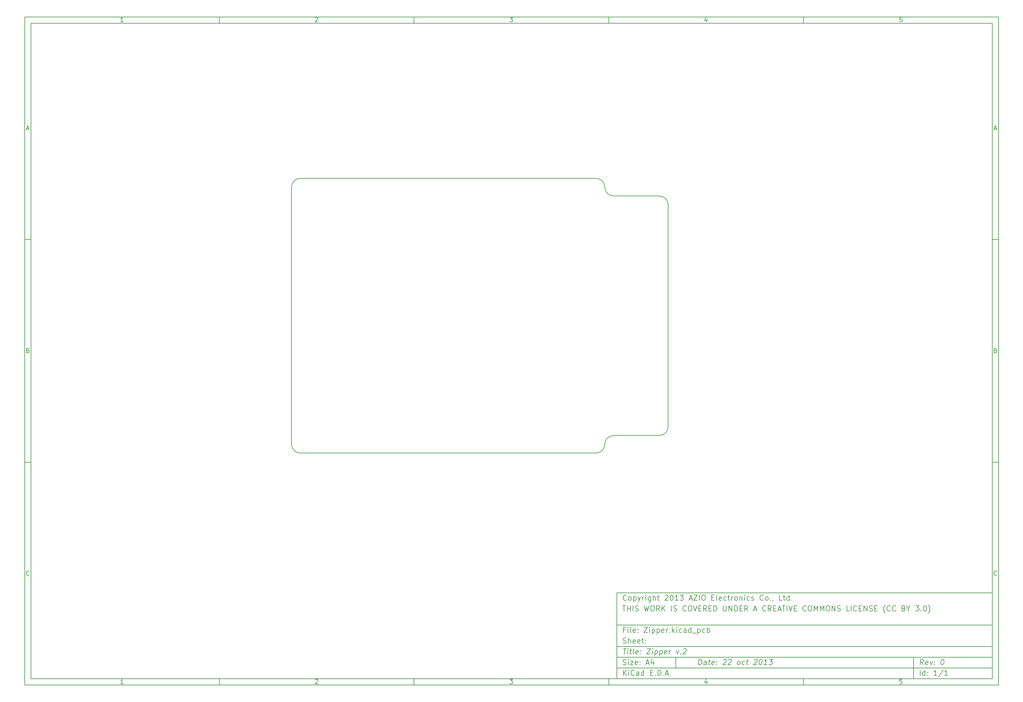
<source format=gbr>
G04 (created by PCBNEW (2013-07-07 BZR 4022)-stable) date 10/22/2013 6:32:42 PM*
%MOIN*%
G04 Gerber Fmt 3.4, Leading zero omitted, Abs format*
%FSLAX34Y34*%
G01*
G70*
G90*
G04 APERTURE LIST*
%ADD10C,0.00590551*%
%ADD11C,0.00787402*%
G04 APERTURE END LIST*
G54D10*
X4000Y-4000D02*
X112930Y-4000D01*
X112930Y-78680D01*
X4000Y-78680D01*
X4000Y-4000D01*
X4700Y-4700D02*
X112230Y-4700D01*
X112230Y-77980D01*
X4700Y-77980D01*
X4700Y-4700D01*
X25780Y-4000D02*
X25780Y-4700D01*
X15032Y-4552D02*
X14747Y-4552D01*
X14890Y-4552D02*
X14890Y-4052D01*
X14842Y-4123D01*
X14794Y-4171D01*
X14747Y-4195D01*
X25780Y-78680D02*
X25780Y-77980D01*
X15032Y-78532D02*
X14747Y-78532D01*
X14890Y-78532D02*
X14890Y-78032D01*
X14842Y-78103D01*
X14794Y-78151D01*
X14747Y-78175D01*
X47560Y-4000D02*
X47560Y-4700D01*
X36527Y-4100D02*
X36550Y-4076D01*
X36598Y-4052D01*
X36717Y-4052D01*
X36765Y-4076D01*
X36789Y-4100D01*
X36812Y-4147D01*
X36812Y-4195D01*
X36789Y-4266D01*
X36503Y-4552D01*
X36812Y-4552D01*
X47560Y-78680D02*
X47560Y-77980D01*
X36527Y-78080D02*
X36550Y-78056D01*
X36598Y-78032D01*
X36717Y-78032D01*
X36765Y-78056D01*
X36789Y-78080D01*
X36812Y-78127D01*
X36812Y-78175D01*
X36789Y-78246D01*
X36503Y-78532D01*
X36812Y-78532D01*
X69340Y-4000D02*
X69340Y-4700D01*
X58283Y-4052D02*
X58592Y-4052D01*
X58426Y-4242D01*
X58497Y-4242D01*
X58545Y-4266D01*
X58569Y-4290D01*
X58592Y-4338D01*
X58592Y-4457D01*
X58569Y-4504D01*
X58545Y-4528D01*
X58497Y-4552D01*
X58354Y-4552D01*
X58307Y-4528D01*
X58283Y-4504D01*
X69340Y-78680D02*
X69340Y-77980D01*
X58283Y-78032D02*
X58592Y-78032D01*
X58426Y-78222D01*
X58497Y-78222D01*
X58545Y-78246D01*
X58569Y-78270D01*
X58592Y-78318D01*
X58592Y-78437D01*
X58569Y-78484D01*
X58545Y-78508D01*
X58497Y-78532D01*
X58354Y-78532D01*
X58307Y-78508D01*
X58283Y-78484D01*
X91120Y-4000D02*
X91120Y-4700D01*
X80325Y-4219D02*
X80325Y-4552D01*
X80206Y-4028D02*
X80087Y-4385D01*
X80396Y-4385D01*
X91120Y-78680D02*
X91120Y-77980D01*
X80325Y-78199D02*
X80325Y-78532D01*
X80206Y-78008D02*
X80087Y-78365D01*
X80396Y-78365D01*
X102129Y-4052D02*
X101890Y-4052D01*
X101867Y-4290D01*
X101890Y-4266D01*
X101938Y-4242D01*
X102057Y-4242D01*
X102105Y-4266D01*
X102129Y-4290D01*
X102152Y-4338D01*
X102152Y-4457D01*
X102129Y-4504D01*
X102105Y-4528D01*
X102057Y-4552D01*
X101938Y-4552D01*
X101890Y-4528D01*
X101867Y-4504D01*
X102129Y-78032D02*
X101890Y-78032D01*
X101867Y-78270D01*
X101890Y-78246D01*
X101938Y-78222D01*
X102057Y-78222D01*
X102105Y-78246D01*
X102129Y-78270D01*
X102152Y-78318D01*
X102152Y-78437D01*
X102129Y-78484D01*
X102105Y-78508D01*
X102057Y-78532D01*
X101938Y-78532D01*
X101890Y-78508D01*
X101867Y-78484D01*
X4000Y-28890D02*
X4700Y-28890D01*
X4230Y-16509D02*
X4469Y-16509D01*
X4183Y-16652D02*
X4350Y-16152D01*
X4516Y-16652D01*
X112930Y-28890D02*
X112230Y-28890D01*
X112460Y-16509D02*
X112699Y-16509D01*
X112413Y-16652D02*
X112580Y-16152D01*
X112746Y-16652D01*
X4000Y-53780D02*
X4700Y-53780D01*
X4385Y-41280D02*
X4457Y-41304D01*
X4480Y-41328D01*
X4504Y-41375D01*
X4504Y-41447D01*
X4480Y-41494D01*
X4457Y-41518D01*
X4409Y-41542D01*
X4219Y-41542D01*
X4219Y-41042D01*
X4385Y-41042D01*
X4433Y-41066D01*
X4457Y-41090D01*
X4480Y-41137D01*
X4480Y-41185D01*
X4457Y-41232D01*
X4433Y-41256D01*
X4385Y-41280D01*
X4219Y-41280D01*
X112930Y-53780D02*
X112230Y-53780D01*
X112615Y-41280D02*
X112687Y-41304D01*
X112710Y-41328D01*
X112734Y-41375D01*
X112734Y-41447D01*
X112710Y-41494D01*
X112687Y-41518D01*
X112639Y-41542D01*
X112449Y-41542D01*
X112449Y-41042D01*
X112615Y-41042D01*
X112663Y-41066D01*
X112687Y-41090D01*
X112710Y-41137D01*
X112710Y-41185D01*
X112687Y-41232D01*
X112663Y-41256D01*
X112615Y-41280D01*
X112449Y-41280D01*
X4504Y-66384D02*
X4480Y-66408D01*
X4409Y-66432D01*
X4361Y-66432D01*
X4290Y-66408D01*
X4242Y-66360D01*
X4219Y-66313D01*
X4195Y-66218D01*
X4195Y-66146D01*
X4219Y-66051D01*
X4242Y-66003D01*
X4290Y-65956D01*
X4361Y-65932D01*
X4409Y-65932D01*
X4480Y-65956D01*
X4504Y-65980D01*
X112734Y-66384D02*
X112710Y-66408D01*
X112639Y-66432D01*
X112591Y-66432D01*
X112520Y-66408D01*
X112472Y-66360D01*
X112449Y-66313D01*
X112425Y-66218D01*
X112425Y-66146D01*
X112449Y-66051D01*
X112472Y-66003D01*
X112520Y-65956D01*
X112591Y-65932D01*
X112639Y-65932D01*
X112710Y-65956D01*
X112734Y-65980D01*
X79380Y-76422D02*
X79455Y-75822D01*
X79597Y-75822D01*
X79680Y-75851D01*
X79730Y-75908D01*
X79751Y-75965D01*
X79765Y-76080D01*
X79755Y-76165D01*
X79712Y-76280D01*
X79676Y-76337D01*
X79612Y-76394D01*
X79522Y-76422D01*
X79380Y-76422D01*
X80237Y-76422D02*
X80276Y-76108D01*
X80255Y-76051D01*
X80201Y-76022D01*
X80087Y-76022D01*
X80026Y-76051D01*
X80240Y-76394D02*
X80180Y-76422D01*
X80037Y-76422D01*
X79983Y-76394D01*
X79962Y-76337D01*
X79969Y-76280D01*
X80005Y-76222D01*
X80065Y-76194D01*
X80208Y-76194D01*
X80269Y-76165D01*
X80487Y-76022D02*
X80715Y-76022D01*
X80597Y-75822D02*
X80533Y-76337D01*
X80555Y-76394D01*
X80608Y-76422D01*
X80665Y-76422D01*
X81097Y-76394D02*
X81037Y-76422D01*
X80922Y-76422D01*
X80869Y-76394D01*
X80847Y-76337D01*
X80876Y-76108D01*
X80912Y-76051D01*
X80972Y-76022D01*
X81087Y-76022D01*
X81140Y-76051D01*
X81162Y-76108D01*
X81155Y-76165D01*
X80862Y-76222D01*
X81387Y-76365D02*
X81412Y-76394D01*
X81380Y-76422D01*
X81355Y-76394D01*
X81387Y-76365D01*
X81380Y-76422D01*
X81426Y-76051D02*
X81451Y-76080D01*
X81419Y-76108D01*
X81394Y-76080D01*
X81426Y-76051D01*
X81419Y-76108D01*
X82162Y-75880D02*
X82194Y-75851D01*
X82255Y-75822D01*
X82397Y-75822D01*
X82451Y-75851D01*
X82476Y-75880D01*
X82497Y-75937D01*
X82490Y-75994D01*
X82451Y-76080D01*
X82065Y-76422D01*
X82437Y-76422D01*
X82733Y-75880D02*
X82765Y-75851D01*
X82826Y-75822D01*
X82969Y-75822D01*
X83022Y-75851D01*
X83047Y-75880D01*
X83069Y-75937D01*
X83062Y-75994D01*
X83022Y-76080D01*
X82637Y-76422D01*
X83008Y-76422D01*
X83808Y-76422D02*
X83755Y-76394D01*
X83730Y-76365D01*
X83708Y-76308D01*
X83730Y-76137D01*
X83765Y-76080D01*
X83797Y-76051D01*
X83858Y-76022D01*
X83944Y-76022D01*
X83997Y-76051D01*
X84022Y-76080D01*
X84044Y-76137D01*
X84022Y-76308D01*
X83987Y-76365D01*
X83955Y-76394D01*
X83894Y-76422D01*
X83808Y-76422D01*
X84526Y-76394D02*
X84465Y-76422D01*
X84351Y-76422D01*
X84297Y-76394D01*
X84272Y-76365D01*
X84251Y-76308D01*
X84272Y-76137D01*
X84308Y-76080D01*
X84340Y-76051D01*
X84401Y-76022D01*
X84515Y-76022D01*
X84569Y-76051D01*
X84744Y-76022D02*
X84972Y-76022D01*
X84855Y-75822D02*
X84790Y-76337D01*
X84812Y-76394D01*
X84865Y-76422D01*
X84922Y-76422D01*
X85619Y-75880D02*
X85651Y-75851D01*
X85712Y-75822D01*
X85855Y-75822D01*
X85908Y-75851D01*
X85933Y-75880D01*
X85955Y-75937D01*
X85947Y-75994D01*
X85908Y-76080D01*
X85522Y-76422D01*
X85894Y-76422D01*
X86340Y-75822D02*
X86397Y-75822D01*
X86451Y-75851D01*
X86476Y-75880D01*
X86497Y-75937D01*
X86512Y-76051D01*
X86494Y-76194D01*
X86451Y-76308D01*
X86415Y-76365D01*
X86383Y-76394D01*
X86322Y-76422D01*
X86265Y-76422D01*
X86212Y-76394D01*
X86187Y-76365D01*
X86165Y-76308D01*
X86151Y-76194D01*
X86169Y-76051D01*
X86212Y-75937D01*
X86247Y-75880D01*
X86280Y-75851D01*
X86340Y-75822D01*
X87037Y-76422D02*
X86694Y-76422D01*
X86865Y-76422D02*
X86940Y-75822D01*
X86872Y-75908D01*
X86808Y-75965D01*
X86747Y-75994D01*
X87312Y-75822D02*
X87683Y-75822D01*
X87455Y-76051D01*
X87540Y-76051D01*
X87594Y-76080D01*
X87619Y-76108D01*
X87640Y-76165D01*
X87622Y-76308D01*
X87587Y-76365D01*
X87555Y-76394D01*
X87494Y-76422D01*
X87322Y-76422D01*
X87269Y-76394D01*
X87244Y-76365D01*
X70972Y-77622D02*
X70972Y-77022D01*
X71315Y-77622D02*
X71058Y-77280D01*
X71315Y-77022D02*
X70972Y-77365D01*
X71572Y-77622D02*
X71572Y-77222D01*
X71572Y-77022D02*
X71544Y-77051D01*
X71572Y-77080D01*
X71601Y-77051D01*
X71572Y-77022D01*
X71572Y-77080D01*
X72201Y-77565D02*
X72172Y-77594D01*
X72087Y-77622D01*
X72030Y-77622D01*
X71944Y-77594D01*
X71887Y-77537D01*
X71858Y-77480D01*
X71830Y-77365D01*
X71830Y-77280D01*
X71858Y-77165D01*
X71887Y-77108D01*
X71944Y-77051D01*
X72030Y-77022D01*
X72087Y-77022D01*
X72172Y-77051D01*
X72201Y-77080D01*
X72715Y-77622D02*
X72715Y-77308D01*
X72687Y-77251D01*
X72630Y-77222D01*
X72515Y-77222D01*
X72458Y-77251D01*
X72715Y-77594D02*
X72658Y-77622D01*
X72515Y-77622D01*
X72458Y-77594D01*
X72430Y-77537D01*
X72430Y-77480D01*
X72458Y-77422D01*
X72515Y-77394D01*
X72658Y-77394D01*
X72715Y-77365D01*
X73258Y-77622D02*
X73258Y-77022D01*
X73258Y-77594D02*
X73201Y-77622D01*
X73087Y-77622D01*
X73030Y-77594D01*
X73001Y-77565D01*
X72972Y-77508D01*
X72972Y-77337D01*
X73001Y-77280D01*
X73030Y-77251D01*
X73087Y-77222D01*
X73201Y-77222D01*
X73258Y-77251D01*
X74001Y-77308D02*
X74201Y-77308D01*
X74287Y-77622D02*
X74001Y-77622D01*
X74001Y-77022D01*
X74287Y-77022D01*
X74544Y-77565D02*
X74572Y-77594D01*
X74544Y-77622D01*
X74515Y-77594D01*
X74544Y-77565D01*
X74544Y-77622D01*
X74829Y-77622D02*
X74829Y-77022D01*
X74972Y-77022D01*
X75058Y-77051D01*
X75115Y-77108D01*
X75144Y-77165D01*
X75172Y-77280D01*
X75172Y-77365D01*
X75144Y-77480D01*
X75115Y-77537D01*
X75058Y-77594D01*
X74972Y-77622D01*
X74829Y-77622D01*
X75429Y-77565D02*
X75458Y-77594D01*
X75429Y-77622D01*
X75401Y-77594D01*
X75429Y-77565D01*
X75429Y-77622D01*
X75687Y-77451D02*
X75972Y-77451D01*
X75629Y-77622D02*
X75829Y-77022D01*
X76029Y-77622D01*
X76229Y-77565D02*
X76258Y-77594D01*
X76229Y-77622D01*
X76201Y-77594D01*
X76229Y-77565D01*
X76229Y-77622D01*
X104522Y-76422D02*
X104358Y-76137D01*
X104180Y-76422D02*
X104255Y-75822D01*
X104483Y-75822D01*
X104537Y-75851D01*
X104562Y-75880D01*
X104583Y-75937D01*
X104572Y-76022D01*
X104537Y-76080D01*
X104505Y-76108D01*
X104444Y-76137D01*
X104215Y-76137D01*
X105012Y-76394D02*
X104951Y-76422D01*
X104837Y-76422D01*
X104783Y-76394D01*
X104762Y-76337D01*
X104790Y-76108D01*
X104826Y-76051D01*
X104887Y-76022D01*
X105001Y-76022D01*
X105055Y-76051D01*
X105076Y-76108D01*
X105069Y-76165D01*
X104776Y-76222D01*
X105287Y-76022D02*
X105380Y-76422D01*
X105572Y-76022D01*
X105758Y-76365D02*
X105783Y-76394D01*
X105751Y-76422D01*
X105726Y-76394D01*
X105758Y-76365D01*
X105751Y-76422D01*
X105797Y-76051D02*
X105822Y-76080D01*
X105790Y-76108D01*
X105765Y-76080D01*
X105797Y-76051D01*
X105790Y-76108D01*
X106683Y-75822D02*
X106740Y-75822D01*
X106794Y-75851D01*
X106819Y-75880D01*
X106840Y-75937D01*
X106855Y-76051D01*
X106837Y-76194D01*
X106794Y-76308D01*
X106758Y-76365D01*
X106726Y-76394D01*
X106665Y-76422D01*
X106608Y-76422D01*
X106555Y-76394D01*
X106530Y-76365D01*
X106508Y-76308D01*
X106494Y-76194D01*
X106512Y-76051D01*
X106555Y-75937D01*
X106590Y-75880D01*
X106622Y-75851D01*
X106683Y-75822D01*
X70944Y-76394D02*
X71030Y-76422D01*
X71172Y-76422D01*
X71230Y-76394D01*
X71258Y-76365D01*
X71287Y-76308D01*
X71287Y-76251D01*
X71258Y-76194D01*
X71230Y-76165D01*
X71172Y-76137D01*
X71058Y-76108D01*
X71001Y-76080D01*
X70972Y-76051D01*
X70944Y-75994D01*
X70944Y-75937D01*
X70972Y-75880D01*
X71001Y-75851D01*
X71058Y-75822D01*
X71201Y-75822D01*
X71287Y-75851D01*
X71544Y-76422D02*
X71544Y-76022D01*
X71544Y-75822D02*
X71515Y-75851D01*
X71544Y-75880D01*
X71572Y-75851D01*
X71544Y-75822D01*
X71544Y-75880D01*
X71772Y-76022D02*
X72087Y-76022D01*
X71772Y-76422D01*
X72087Y-76422D01*
X72544Y-76394D02*
X72487Y-76422D01*
X72372Y-76422D01*
X72315Y-76394D01*
X72287Y-76337D01*
X72287Y-76108D01*
X72315Y-76051D01*
X72372Y-76022D01*
X72487Y-76022D01*
X72544Y-76051D01*
X72572Y-76108D01*
X72572Y-76165D01*
X72287Y-76222D01*
X72830Y-76365D02*
X72858Y-76394D01*
X72830Y-76422D01*
X72801Y-76394D01*
X72830Y-76365D01*
X72830Y-76422D01*
X72830Y-76051D02*
X72858Y-76080D01*
X72830Y-76108D01*
X72801Y-76080D01*
X72830Y-76051D01*
X72830Y-76108D01*
X73544Y-76251D02*
X73830Y-76251D01*
X73487Y-76422D02*
X73687Y-75822D01*
X73887Y-76422D01*
X74344Y-76022D02*
X74344Y-76422D01*
X74201Y-75794D02*
X74058Y-76222D01*
X74430Y-76222D01*
X104172Y-77622D02*
X104172Y-77022D01*
X104715Y-77622D02*
X104715Y-77022D01*
X104715Y-77594D02*
X104658Y-77622D01*
X104544Y-77622D01*
X104487Y-77594D01*
X104458Y-77565D01*
X104430Y-77508D01*
X104430Y-77337D01*
X104458Y-77280D01*
X104487Y-77251D01*
X104544Y-77222D01*
X104658Y-77222D01*
X104715Y-77251D01*
X105001Y-77565D02*
X105030Y-77594D01*
X105001Y-77622D01*
X104972Y-77594D01*
X105001Y-77565D01*
X105001Y-77622D01*
X105001Y-77251D02*
X105030Y-77280D01*
X105001Y-77308D01*
X104972Y-77280D01*
X105001Y-77251D01*
X105001Y-77308D01*
X106058Y-77622D02*
X105715Y-77622D01*
X105887Y-77622D02*
X105887Y-77022D01*
X105829Y-77108D01*
X105772Y-77165D01*
X105715Y-77194D01*
X106744Y-76994D02*
X106230Y-77765D01*
X107258Y-77622D02*
X106915Y-77622D01*
X107087Y-77622D02*
X107087Y-77022D01*
X107029Y-77108D01*
X106972Y-77165D01*
X106915Y-77194D01*
X70969Y-74622D02*
X71312Y-74622D01*
X71065Y-75222D02*
X71140Y-74622D01*
X71437Y-75222D02*
X71487Y-74822D01*
X71512Y-74622D02*
X71480Y-74651D01*
X71505Y-74680D01*
X71537Y-74651D01*
X71512Y-74622D01*
X71505Y-74680D01*
X71687Y-74822D02*
X71915Y-74822D01*
X71797Y-74622D02*
X71733Y-75137D01*
X71755Y-75194D01*
X71808Y-75222D01*
X71865Y-75222D01*
X72151Y-75222D02*
X72097Y-75194D01*
X72076Y-75137D01*
X72140Y-74622D01*
X72612Y-75194D02*
X72551Y-75222D01*
X72437Y-75222D01*
X72383Y-75194D01*
X72362Y-75137D01*
X72390Y-74908D01*
X72426Y-74851D01*
X72487Y-74822D01*
X72601Y-74822D01*
X72655Y-74851D01*
X72676Y-74908D01*
X72669Y-74965D01*
X72376Y-75022D01*
X72901Y-75165D02*
X72926Y-75194D01*
X72894Y-75222D01*
X72869Y-75194D01*
X72901Y-75165D01*
X72894Y-75222D01*
X72940Y-74851D02*
X72965Y-74880D01*
X72933Y-74908D01*
X72908Y-74880D01*
X72940Y-74851D01*
X72933Y-74908D01*
X73655Y-74622D02*
X74055Y-74622D01*
X73580Y-75222D01*
X73980Y-75222D01*
X74208Y-75222D02*
X74258Y-74822D01*
X74283Y-74622D02*
X74251Y-74651D01*
X74276Y-74680D01*
X74308Y-74651D01*
X74283Y-74622D01*
X74276Y-74680D01*
X74544Y-74822D02*
X74469Y-75422D01*
X74540Y-74851D02*
X74601Y-74822D01*
X74715Y-74822D01*
X74769Y-74851D01*
X74794Y-74880D01*
X74815Y-74937D01*
X74794Y-75108D01*
X74758Y-75165D01*
X74726Y-75194D01*
X74665Y-75222D01*
X74551Y-75222D01*
X74497Y-75194D01*
X75087Y-74822D02*
X75012Y-75422D01*
X75083Y-74851D02*
X75144Y-74822D01*
X75258Y-74822D01*
X75312Y-74851D01*
X75337Y-74880D01*
X75358Y-74937D01*
X75337Y-75108D01*
X75301Y-75165D01*
X75269Y-75194D01*
X75208Y-75222D01*
X75094Y-75222D01*
X75040Y-75194D01*
X75812Y-75194D02*
X75751Y-75222D01*
X75637Y-75222D01*
X75583Y-75194D01*
X75562Y-75137D01*
X75590Y-74908D01*
X75626Y-74851D01*
X75687Y-74822D01*
X75801Y-74822D01*
X75855Y-74851D01*
X75876Y-74908D01*
X75869Y-74965D01*
X75576Y-75022D01*
X76094Y-75222D02*
X76144Y-74822D01*
X76130Y-74937D02*
X76165Y-74880D01*
X76197Y-74851D01*
X76258Y-74822D01*
X76315Y-74822D01*
X76915Y-74822D02*
X77008Y-75222D01*
X77201Y-74822D01*
X77387Y-75165D02*
X77412Y-75194D01*
X77380Y-75222D01*
X77355Y-75194D01*
X77387Y-75165D01*
X77380Y-75222D01*
X77705Y-74680D02*
X77737Y-74651D01*
X77797Y-74622D01*
X77940Y-74622D01*
X77994Y-74651D01*
X78019Y-74680D01*
X78040Y-74737D01*
X78033Y-74794D01*
X77994Y-74880D01*
X77608Y-75222D01*
X77980Y-75222D01*
X71172Y-72508D02*
X70972Y-72508D01*
X70972Y-72822D02*
X70972Y-72222D01*
X71258Y-72222D01*
X71487Y-72822D02*
X71487Y-72422D01*
X71487Y-72222D02*
X71458Y-72251D01*
X71487Y-72280D01*
X71515Y-72251D01*
X71487Y-72222D01*
X71487Y-72280D01*
X71858Y-72822D02*
X71801Y-72794D01*
X71772Y-72737D01*
X71772Y-72222D01*
X72315Y-72794D02*
X72258Y-72822D01*
X72144Y-72822D01*
X72087Y-72794D01*
X72058Y-72737D01*
X72058Y-72508D01*
X72087Y-72451D01*
X72144Y-72422D01*
X72258Y-72422D01*
X72315Y-72451D01*
X72344Y-72508D01*
X72344Y-72565D01*
X72058Y-72622D01*
X72601Y-72765D02*
X72630Y-72794D01*
X72601Y-72822D01*
X72572Y-72794D01*
X72601Y-72765D01*
X72601Y-72822D01*
X72601Y-72451D02*
X72630Y-72480D01*
X72601Y-72508D01*
X72572Y-72480D01*
X72601Y-72451D01*
X72601Y-72508D01*
X73287Y-72222D02*
X73687Y-72222D01*
X73287Y-72822D01*
X73687Y-72822D01*
X73915Y-72822D02*
X73915Y-72422D01*
X73915Y-72222D02*
X73887Y-72251D01*
X73915Y-72280D01*
X73944Y-72251D01*
X73915Y-72222D01*
X73915Y-72280D01*
X74201Y-72422D02*
X74201Y-73022D01*
X74201Y-72451D02*
X74258Y-72422D01*
X74372Y-72422D01*
X74430Y-72451D01*
X74458Y-72480D01*
X74487Y-72537D01*
X74487Y-72708D01*
X74458Y-72765D01*
X74430Y-72794D01*
X74372Y-72822D01*
X74258Y-72822D01*
X74201Y-72794D01*
X74744Y-72422D02*
X74744Y-73022D01*
X74744Y-72451D02*
X74801Y-72422D01*
X74915Y-72422D01*
X74972Y-72451D01*
X75001Y-72480D01*
X75030Y-72537D01*
X75030Y-72708D01*
X75001Y-72765D01*
X74972Y-72794D01*
X74915Y-72822D01*
X74801Y-72822D01*
X74744Y-72794D01*
X75515Y-72794D02*
X75458Y-72822D01*
X75344Y-72822D01*
X75287Y-72794D01*
X75258Y-72737D01*
X75258Y-72508D01*
X75287Y-72451D01*
X75344Y-72422D01*
X75458Y-72422D01*
X75515Y-72451D01*
X75544Y-72508D01*
X75544Y-72565D01*
X75258Y-72622D01*
X75801Y-72822D02*
X75801Y-72422D01*
X75801Y-72537D02*
X75830Y-72480D01*
X75858Y-72451D01*
X75915Y-72422D01*
X75972Y-72422D01*
X76172Y-72765D02*
X76201Y-72794D01*
X76172Y-72822D01*
X76144Y-72794D01*
X76172Y-72765D01*
X76172Y-72822D01*
X76458Y-72822D02*
X76458Y-72222D01*
X76515Y-72594D02*
X76687Y-72822D01*
X76687Y-72422D02*
X76458Y-72651D01*
X76944Y-72822D02*
X76944Y-72422D01*
X76944Y-72222D02*
X76915Y-72251D01*
X76944Y-72280D01*
X76972Y-72251D01*
X76944Y-72222D01*
X76944Y-72280D01*
X77487Y-72794D02*
X77430Y-72822D01*
X77315Y-72822D01*
X77258Y-72794D01*
X77230Y-72765D01*
X77201Y-72708D01*
X77201Y-72537D01*
X77230Y-72480D01*
X77258Y-72451D01*
X77315Y-72422D01*
X77430Y-72422D01*
X77487Y-72451D01*
X78001Y-72822D02*
X78001Y-72508D01*
X77972Y-72451D01*
X77915Y-72422D01*
X77801Y-72422D01*
X77744Y-72451D01*
X78001Y-72794D02*
X77944Y-72822D01*
X77801Y-72822D01*
X77744Y-72794D01*
X77715Y-72737D01*
X77715Y-72680D01*
X77744Y-72622D01*
X77801Y-72594D01*
X77944Y-72594D01*
X78001Y-72565D01*
X78544Y-72822D02*
X78544Y-72222D01*
X78544Y-72794D02*
X78487Y-72822D01*
X78372Y-72822D01*
X78315Y-72794D01*
X78287Y-72765D01*
X78258Y-72708D01*
X78258Y-72537D01*
X78287Y-72480D01*
X78315Y-72451D01*
X78372Y-72422D01*
X78487Y-72422D01*
X78544Y-72451D01*
X78687Y-72880D02*
X79144Y-72880D01*
X79287Y-72422D02*
X79287Y-73022D01*
X79287Y-72451D02*
X79344Y-72422D01*
X79458Y-72422D01*
X79515Y-72451D01*
X79544Y-72480D01*
X79572Y-72537D01*
X79572Y-72708D01*
X79544Y-72765D01*
X79515Y-72794D01*
X79458Y-72822D01*
X79344Y-72822D01*
X79287Y-72794D01*
X80087Y-72794D02*
X80030Y-72822D01*
X79915Y-72822D01*
X79858Y-72794D01*
X79830Y-72765D01*
X79801Y-72708D01*
X79801Y-72537D01*
X79830Y-72480D01*
X79858Y-72451D01*
X79915Y-72422D01*
X80030Y-72422D01*
X80087Y-72451D01*
X80344Y-72822D02*
X80344Y-72222D01*
X80344Y-72451D02*
X80401Y-72422D01*
X80515Y-72422D01*
X80572Y-72451D01*
X80601Y-72480D01*
X80630Y-72537D01*
X80630Y-72708D01*
X80601Y-72765D01*
X80572Y-72794D01*
X80515Y-72822D01*
X80401Y-72822D01*
X80344Y-72794D01*
X70944Y-73994D02*
X71030Y-74022D01*
X71172Y-74022D01*
X71230Y-73994D01*
X71258Y-73965D01*
X71287Y-73908D01*
X71287Y-73851D01*
X71258Y-73794D01*
X71230Y-73765D01*
X71172Y-73737D01*
X71058Y-73708D01*
X71001Y-73680D01*
X70972Y-73651D01*
X70944Y-73594D01*
X70944Y-73537D01*
X70972Y-73480D01*
X71001Y-73451D01*
X71058Y-73422D01*
X71201Y-73422D01*
X71287Y-73451D01*
X71544Y-74022D02*
X71544Y-73422D01*
X71801Y-74022D02*
X71801Y-73708D01*
X71772Y-73651D01*
X71715Y-73622D01*
X71630Y-73622D01*
X71572Y-73651D01*
X71544Y-73680D01*
X72315Y-73994D02*
X72258Y-74022D01*
X72144Y-74022D01*
X72087Y-73994D01*
X72058Y-73937D01*
X72058Y-73708D01*
X72087Y-73651D01*
X72144Y-73622D01*
X72258Y-73622D01*
X72315Y-73651D01*
X72344Y-73708D01*
X72344Y-73765D01*
X72058Y-73822D01*
X72830Y-73994D02*
X72772Y-74022D01*
X72658Y-74022D01*
X72601Y-73994D01*
X72572Y-73937D01*
X72572Y-73708D01*
X72601Y-73651D01*
X72658Y-73622D01*
X72772Y-73622D01*
X72830Y-73651D01*
X72858Y-73708D01*
X72858Y-73765D01*
X72572Y-73822D01*
X73030Y-73622D02*
X73258Y-73622D01*
X73115Y-73422D02*
X73115Y-73937D01*
X73144Y-73994D01*
X73201Y-74022D01*
X73258Y-74022D01*
X73458Y-73965D02*
X73487Y-73994D01*
X73458Y-74022D01*
X73430Y-73994D01*
X73458Y-73965D01*
X73458Y-74022D01*
X73458Y-73651D02*
X73487Y-73680D01*
X73458Y-73708D01*
X73430Y-73680D01*
X73458Y-73651D01*
X73458Y-73708D01*
X70887Y-69822D02*
X71230Y-69822D01*
X71058Y-70422D02*
X71058Y-69822D01*
X71430Y-70422D02*
X71430Y-69822D01*
X71430Y-70108D02*
X71772Y-70108D01*
X71772Y-70422D02*
X71772Y-69822D01*
X72058Y-70422D02*
X72058Y-69822D01*
X72315Y-70394D02*
X72401Y-70422D01*
X72544Y-70422D01*
X72601Y-70394D01*
X72629Y-70365D01*
X72658Y-70308D01*
X72658Y-70251D01*
X72629Y-70194D01*
X72601Y-70165D01*
X72544Y-70137D01*
X72429Y-70108D01*
X72372Y-70080D01*
X72344Y-70051D01*
X72315Y-69994D01*
X72315Y-69937D01*
X72344Y-69880D01*
X72372Y-69851D01*
X72429Y-69822D01*
X72572Y-69822D01*
X72658Y-69851D01*
X73315Y-69822D02*
X73458Y-70422D01*
X73572Y-69994D01*
X73687Y-70422D01*
X73830Y-69822D01*
X74172Y-69822D02*
X74287Y-69822D01*
X74344Y-69851D01*
X74401Y-69908D01*
X74430Y-70022D01*
X74430Y-70222D01*
X74401Y-70337D01*
X74344Y-70394D01*
X74287Y-70422D01*
X74172Y-70422D01*
X74115Y-70394D01*
X74058Y-70337D01*
X74030Y-70222D01*
X74030Y-70022D01*
X74058Y-69908D01*
X74115Y-69851D01*
X74172Y-69822D01*
X75029Y-70422D02*
X74829Y-70137D01*
X74687Y-70422D02*
X74687Y-69822D01*
X74915Y-69822D01*
X74972Y-69851D01*
X75001Y-69880D01*
X75029Y-69937D01*
X75029Y-70022D01*
X75001Y-70080D01*
X74972Y-70108D01*
X74915Y-70137D01*
X74687Y-70137D01*
X75287Y-70422D02*
X75287Y-69822D01*
X75629Y-70422D02*
X75372Y-70080D01*
X75629Y-69822D02*
X75287Y-70165D01*
X76344Y-70422D02*
X76344Y-69822D01*
X76601Y-70394D02*
X76687Y-70422D01*
X76829Y-70422D01*
X76887Y-70394D01*
X76915Y-70365D01*
X76944Y-70308D01*
X76944Y-70251D01*
X76915Y-70194D01*
X76887Y-70165D01*
X76829Y-70137D01*
X76715Y-70108D01*
X76658Y-70080D01*
X76629Y-70051D01*
X76601Y-69994D01*
X76601Y-69937D01*
X76629Y-69880D01*
X76658Y-69851D01*
X76715Y-69822D01*
X76858Y-69822D01*
X76944Y-69851D01*
X78001Y-70365D02*
X77972Y-70394D01*
X77887Y-70422D01*
X77830Y-70422D01*
X77744Y-70394D01*
X77687Y-70337D01*
X77658Y-70280D01*
X77630Y-70165D01*
X77630Y-70080D01*
X77658Y-69965D01*
X77687Y-69908D01*
X77744Y-69851D01*
X77830Y-69822D01*
X77887Y-69822D01*
X77972Y-69851D01*
X78001Y-69880D01*
X78372Y-69822D02*
X78487Y-69822D01*
X78544Y-69851D01*
X78601Y-69908D01*
X78630Y-70022D01*
X78630Y-70222D01*
X78601Y-70337D01*
X78544Y-70394D01*
X78487Y-70422D01*
X78372Y-70422D01*
X78315Y-70394D01*
X78258Y-70337D01*
X78230Y-70222D01*
X78230Y-70022D01*
X78258Y-69908D01*
X78315Y-69851D01*
X78372Y-69822D01*
X78801Y-69822D02*
X79001Y-70422D01*
X79201Y-69822D01*
X79401Y-70108D02*
X79601Y-70108D01*
X79687Y-70422D02*
X79401Y-70422D01*
X79401Y-69822D01*
X79687Y-69822D01*
X80287Y-70422D02*
X80087Y-70137D01*
X79944Y-70422D02*
X79944Y-69822D01*
X80172Y-69822D01*
X80229Y-69851D01*
X80258Y-69880D01*
X80287Y-69937D01*
X80287Y-70022D01*
X80258Y-70080D01*
X80229Y-70108D01*
X80172Y-70137D01*
X79944Y-70137D01*
X80544Y-70108D02*
X80744Y-70108D01*
X80829Y-70422D02*
X80544Y-70422D01*
X80544Y-69822D01*
X80829Y-69822D01*
X81087Y-70422D02*
X81087Y-69822D01*
X81229Y-69822D01*
X81315Y-69851D01*
X81372Y-69908D01*
X81401Y-69965D01*
X81429Y-70080D01*
X81429Y-70165D01*
X81401Y-70280D01*
X81372Y-70337D01*
X81315Y-70394D01*
X81229Y-70422D01*
X81087Y-70422D01*
X82144Y-69822D02*
X82144Y-70308D01*
X82172Y-70365D01*
X82201Y-70394D01*
X82258Y-70422D01*
X82372Y-70422D01*
X82429Y-70394D01*
X82458Y-70365D01*
X82487Y-70308D01*
X82487Y-69822D01*
X82772Y-70422D02*
X82772Y-69822D01*
X83115Y-70422D01*
X83115Y-69822D01*
X83401Y-70422D02*
X83401Y-69822D01*
X83544Y-69822D01*
X83629Y-69851D01*
X83687Y-69908D01*
X83715Y-69965D01*
X83744Y-70080D01*
X83744Y-70165D01*
X83715Y-70280D01*
X83687Y-70337D01*
X83629Y-70394D01*
X83544Y-70422D01*
X83401Y-70422D01*
X84001Y-70108D02*
X84201Y-70108D01*
X84287Y-70422D02*
X84001Y-70422D01*
X84001Y-69822D01*
X84287Y-69822D01*
X84887Y-70422D02*
X84687Y-70137D01*
X84544Y-70422D02*
X84544Y-69822D01*
X84772Y-69822D01*
X84829Y-69851D01*
X84858Y-69880D01*
X84887Y-69937D01*
X84887Y-70022D01*
X84858Y-70080D01*
X84829Y-70108D01*
X84772Y-70137D01*
X84544Y-70137D01*
X85572Y-70251D02*
X85858Y-70251D01*
X85515Y-70422D02*
X85715Y-69822D01*
X85915Y-70422D01*
X86915Y-70365D02*
X86887Y-70394D01*
X86801Y-70422D01*
X86744Y-70422D01*
X86658Y-70394D01*
X86601Y-70337D01*
X86572Y-70280D01*
X86544Y-70165D01*
X86544Y-70080D01*
X86572Y-69965D01*
X86601Y-69908D01*
X86658Y-69851D01*
X86744Y-69822D01*
X86801Y-69822D01*
X86887Y-69851D01*
X86915Y-69880D01*
X87515Y-70422D02*
X87315Y-70137D01*
X87172Y-70422D02*
X87172Y-69822D01*
X87401Y-69822D01*
X87458Y-69851D01*
X87487Y-69880D01*
X87515Y-69937D01*
X87515Y-70022D01*
X87487Y-70080D01*
X87458Y-70108D01*
X87401Y-70137D01*
X87172Y-70137D01*
X87772Y-70108D02*
X87972Y-70108D01*
X88058Y-70422D02*
X87772Y-70422D01*
X87772Y-69822D01*
X88058Y-69822D01*
X88287Y-70251D02*
X88572Y-70251D01*
X88229Y-70422D02*
X88429Y-69822D01*
X88629Y-70422D01*
X88744Y-69822D02*
X89087Y-69822D01*
X88915Y-70422D02*
X88915Y-69822D01*
X89287Y-70422D02*
X89287Y-69822D01*
X89487Y-69822D02*
X89687Y-70422D01*
X89887Y-69822D01*
X90087Y-70108D02*
X90287Y-70108D01*
X90372Y-70422D02*
X90087Y-70422D01*
X90087Y-69822D01*
X90372Y-69822D01*
X91429Y-70365D02*
X91401Y-70394D01*
X91315Y-70422D01*
X91258Y-70422D01*
X91172Y-70394D01*
X91115Y-70337D01*
X91087Y-70280D01*
X91058Y-70165D01*
X91058Y-70080D01*
X91087Y-69965D01*
X91115Y-69908D01*
X91172Y-69851D01*
X91258Y-69822D01*
X91315Y-69822D01*
X91401Y-69851D01*
X91429Y-69880D01*
X91801Y-69822D02*
X91915Y-69822D01*
X91972Y-69851D01*
X92029Y-69908D01*
X92058Y-70022D01*
X92058Y-70222D01*
X92029Y-70337D01*
X91972Y-70394D01*
X91915Y-70422D01*
X91801Y-70422D01*
X91744Y-70394D01*
X91687Y-70337D01*
X91658Y-70222D01*
X91658Y-70022D01*
X91687Y-69908D01*
X91744Y-69851D01*
X91801Y-69822D01*
X92315Y-70422D02*
X92315Y-69822D01*
X92515Y-70251D01*
X92715Y-69822D01*
X92715Y-70422D01*
X93001Y-70422D02*
X93001Y-69822D01*
X93201Y-70251D01*
X93401Y-69822D01*
X93401Y-70422D01*
X93801Y-69822D02*
X93915Y-69822D01*
X93972Y-69851D01*
X94029Y-69908D01*
X94058Y-70022D01*
X94058Y-70222D01*
X94029Y-70337D01*
X93972Y-70394D01*
X93915Y-70422D01*
X93801Y-70422D01*
X93744Y-70394D01*
X93687Y-70337D01*
X93658Y-70222D01*
X93658Y-70022D01*
X93687Y-69908D01*
X93744Y-69851D01*
X93801Y-69822D01*
X94315Y-70422D02*
X94315Y-69822D01*
X94658Y-70422D01*
X94658Y-69822D01*
X94915Y-70394D02*
X95001Y-70422D01*
X95144Y-70422D01*
X95201Y-70394D01*
X95229Y-70365D01*
X95258Y-70308D01*
X95258Y-70251D01*
X95229Y-70194D01*
X95201Y-70165D01*
X95144Y-70137D01*
X95029Y-70108D01*
X94972Y-70080D01*
X94944Y-70051D01*
X94915Y-69994D01*
X94915Y-69937D01*
X94944Y-69880D01*
X94972Y-69851D01*
X95029Y-69822D01*
X95172Y-69822D01*
X95258Y-69851D01*
X96258Y-70422D02*
X95972Y-70422D01*
X95972Y-69822D01*
X96458Y-70422D02*
X96458Y-69822D01*
X97087Y-70365D02*
X97058Y-70394D01*
X96972Y-70422D01*
X96915Y-70422D01*
X96829Y-70394D01*
X96772Y-70337D01*
X96744Y-70280D01*
X96715Y-70165D01*
X96715Y-70080D01*
X96744Y-69965D01*
X96772Y-69908D01*
X96829Y-69851D01*
X96915Y-69822D01*
X96972Y-69822D01*
X97058Y-69851D01*
X97087Y-69880D01*
X97344Y-70108D02*
X97544Y-70108D01*
X97629Y-70422D02*
X97344Y-70422D01*
X97344Y-69822D01*
X97629Y-69822D01*
X97887Y-70422D02*
X97887Y-69822D01*
X98229Y-70422D01*
X98229Y-69822D01*
X98487Y-70394D02*
X98572Y-70422D01*
X98715Y-70422D01*
X98772Y-70394D01*
X98801Y-70365D01*
X98829Y-70308D01*
X98829Y-70251D01*
X98801Y-70194D01*
X98772Y-70165D01*
X98715Y-70137D01*
X98601Y-70108D01*
X98544Y-70080D01*
X98515Y-70051D01*
X98487Y-69994D01*
X98487Y-69937D01*
X98515Y-69880D01*
X98544Y-69851D01*
X98601Y-69822D01*
X98744Y-69822D01*
X98829Y-69851D01*
X99087Y-70108D02*
X99287Y-70108D01*
X99372Y-70422D02*
X99087Y-70422D01*
X99087Y-69822D01*
X99372Y-69822D01*
X100258Y-70651D02*
X100229Y-70622D01*
X100172Y-70537D01*
X100144Y-70480D01*
X100115Y-70394D01*
X100087Y-70251D01*
X100087Y-70137D01*
X100115Y-69994D01*
X100144Y-69908D01*
X100172Y-69851D01*
X100229Y-69765D01*
X100258Y-69737D01*
X100829Y-70365D02*
X100801Y-70394D01*
X100715Y-70422D01*
X100658Y-70422D01*
X100572Y-70394D01*
X100515Y-70337D01*
X100487Y-70280D01*
X100458Y-70165D01*
X100458Y-70080D01*
X100487Y-69965D01*
X100515Y-69908D01*
X100572Y-69851D01*
X100658Y-69822D01*
X100715Y-69822D01*
X100801Y-69851D01*
X100829Y-69880D01*
X101429Y-70365D02*
X101401Y-70394D01*
X101315Y-70422D01*
X101258Y-70422D01*
X101172Y-70394D01*
X101115Y-70337D01*
X101087Y-70280D01*
X101058Y-70165D01*
X101058Y-70080D01*
X101087Y-69965D01*
X101115Y-69908D01*
X101172Y-69851D01*
X101258Y-69822D01*
X101315Y-69822D01*
X101401Y-69851D01*
X101429Y-69880D01*
X102344Y-70108D02*
X102429Y-70137D01*
X102458Y-70165D01*
X102487Y-70222D01*
X102487Y-70308D01*
X102458Y-70365D01*
X102429Y-70394D01*
X102372Y-70422D01*
X102144Y-70422D01*
X102144Y-69822D01*
X102344Y-69822D01*
X102401Y-69851D01*
X102429Y-69880D01*
X102458Y-69937D01*
X102458Y-69994D01*
X102429Y-70051D01*
X102401Y-70080D01*
X102344Y-70108D01*
X102144Y-70108D01*
X102858Y-70137D02*
X102858Y-70422D01*
X102658Y-69822D02*
X102858Y-70137D01*
X103058Y-69822D01*
X103658Y-69822D02*
X104029Y-69822D01*
X103829Y-70051D01*
X103915Y-70051D01*
X103972Y-70080D01*
X104001Y-70108D01*
X104029Y-70165D01*
X104029Y-70308D01*
X104001Y-70365D01*
X103972Y-70394D01*
X103915Y-70422D01*
X103744Y-70422D01*
X103687Y-70394D01*
X103658Y-70365D01*
X104287Y-70365D02*
X104315Y-70394D01*
X104287Y-70422D01*
X104258Y-70394D01*
X104287Y-70365D01*
X104287Y-70422D01*
X104687Y-69822D02*
X104744Y-69822D01*
X104801Y-69851D01*
X104829Y-69880D01*
X104858Y-69937D01*
X104887Y-70051D01*
X104887Y-70194D01*
X104858Y-70308D01*
X104829Y-70365D01*
X104801Y-70394D01*
X104744Y-70422D01*
X104687Y-70422D01*
X104629Y-70394D01*
X104601Y-70365D01*
X104572Y-70308D01*
X104544Y-70194D01*
X104544Y-70051D01*
X104572Y-69937D01*
X104601Y-69880D01*
X104629Y-69851D01*
X104687Y-69822D01*
X105087Y-70651D02*
X105115Y-70622D01*
X105172Y-70537D01*
X105201Y-70480D01*
X105229Y-70394D01*
X105258Y-70251D01*
X105258Y-70137D01*
X105229Y-69994D01*
X105201Y-69908D01*
X105172Y-69851D01*
X105115Y-69765D01*
X105087Y-69737D01*
X71315Y-69165D02*
X71287Y-69194D01*
X71201Y-69222D01*
X71144Y-69222D01*
X71058Y-69194D01*
X71001Y-69137D01*
X70972Y-69080D01*
X70944Y-68965D01*
X70944Y-68880D01*
X70972Y-68765D01*
X71001Y-68708D01*
X71058Y-68651D01*
X71144Y-68622D01*
X71201Y-68622D01*
X71287Y-68651D01*
X71315Y-68680D01*
X71658Y-69222D02*
X71601Y-69194D01*
X71572Y-69165D01*
X71544Y-69108D01*
X71544Y-68937D01*
X71572Y-68880D01*
X71601Y-68851D01*
X71658Y-68822D01*
X71744Y-68822D01*
X71801Y-68851D01*
X71830Y-68880D01*
X71858Y-68937D01*
X71858Y-69108D01*
X71830Y-69165D01*
X71801Y-69194D01*
X71744Y-69222D01*
X71658Y-69222D01*
X72115Y-68822D02*
X72115Y-69422D01*
X72115Y-68851D02*
X72172Y-68822D01*
X72287Y-68822D01*
X72344Y-68851D01*
X72372Y-68880D01*
X72401Y-68937D01*
X72401Y-69108D01*
X72372Y-69165D01*
X72344Y-69194D01*
X72287Y-69222D01*
X72172Y-69222D01*
X72115Y-69194D01*
X72601Y-68822D02*
X72744Y-69222D01*
X72887Y-68822D02*
X72744Y-69222D01*
X72687Y-69365D01*
X72658Y-69394D01*
X72601Y-69422D01*
X73115Y-69222D02*
X73115Y-68822D01*
X73115Y-68937D02*
X73144Y-68880D01*
X73172Y-68851D01*
X73230Y-68822D01*
X73287Y-68822D01*
X73487Y-69222D02*
X73487Y-68822D01*
X73487Y-68622D02*
X73458Y-68651D01*
X73487Y-68680D01*
X73515Y-68651D01*
X73487Y-68622D01*
X73487Y-68680D01*
X74030Y-68822D02*
X74030Y-69308D01*
X74001Y-69365D01*
X73972Y-69394D01*
X73915Y-69422D01*
X73830Y-69422D01*
X73772Y-69394D01*
X74030Y-69194D02*
X73972Y-69222D01*
X73858Y-69222D01*
X73801Y-69194D01*
X73772Y-69165D01*
X73744Y-69108D01*
X73744Y-68937D01*
X73772Y-68880D01*
X73801Y-68851D01*
X73858Y-68822D01*
X73972Y-68822D01*
X74030Y-68851D01*
X74315Y-69222D02*
X74315Y-68622D01*
X74572Y-69222D02*
X74572Y-68908D01*
X74544Y-68851D01*
X74487Y-68822D01*
X74401Y-68822D01*
X74344Y-68851D01*
X74315Y-68880D01*
X74772Y-68822D02*
X75001Y-68822D01*
X74858Y-68622D02*
X74858Y-69137D01*
X74887Y-69194D01*
X74944Y-69222D01*
X75001Y-69222D01*
X75630Y-68680D02*
X75658Y-68651D01*
X75715Y-68622D01*
X75858Y-68622D01*
X75915Y-68651D01*
X75944Y-68680D01*
X75972Y-68737D01*
X75972Y-68794D01*
X75944Y-68880D01*
X75601Y-69222D01*
X75972Y-69222D01*
X76344Y-68622D02*
X76401Y-68622D01*
X76458Y-68651D01*
X76487Y-68680D01*
X76515Y-68737D01*
X76544Y-68851D01*
X76544Y-68994D01*
X76515Y-69108D01*
X76487Y-69165D01*
X76458Y-69194D01*
X76401Y-69222D01*
X76344Y-69222D01*
X76287Y-69194D01*
X76258Y-69165D01*
X76230Y-69108D01*
X76201Y-68994D01*
X76201Y-68851D01*
X76230Y-68737D01*
X76258Y-68680D01*
X76287Y-68651D01*
X76344Y-68622D01*
X77115Y-69222D02*
X76772Y-69222D01*
X76944Y-69222D02*
X76944Y-68622D01*
X76887Y-68708D01*
X76830Y-68765D01*
X76772Y-68794D01*
X77315Y-68622D02*
X77687Y-68622D01*
X77487Y-68851D01*
X77572Y-68851D01*
X77630Y-68880D01*
X77658Y-68908D01*
X77687Y-68965D01*
X77687Y-69108D01*
X77658Y-69165D01*
X77630Y-69194D01*
X77572Y-69222D01*
X77401Y-69222D01*
X77344Y-69194D01*
X77315Y-69165D01*
X78372Y-69051D02*
X78658Y-69051D01*
X78315Y-69222D02*
X78515Y-68622D01*
X78715Y-69222D01*
X78858Y-68622D02*
X79258Y-68622D01*
X78858Y-69222D01*
X79258Y-69222D01*
X79487Y-69222D02*
X79487Y-68622D01*
X79887Y-68622D02*
X80001Y-68622D01*
X80058Y-68651D01*
X80115Y-68708D01*
X80144Y-68822D01*
X80144Y-69022D01*
X80115Y-69137D01*
X80058Y-69194D01*
X80001Y-69222D01*
X79887Y-69222D01*
X79830Y-69194D01*
X79772Y-69137D01*
X79744Y-69022D01*
X79744Y-68822D01*
X79772Y-68708D01*
X79830Y-68651D01*
X79887Y-68622D01*
X80858Y-68908D02*
X81058Y-68908D01*
X81144Y-69222D02*
X80858Y-69222D01*
X80858Y-68622D01*
X81144Y-68622D01*
X81487Y-69222D02*
X81430Y-69194D01*
X81401Y-69137D01*
X81401Y-68622D01*
X81944Y-69194D02*
X81887Y-69222D01*
X81772Y-69222D01*
X81715Y-69194D01*
X81687Y-69137D01*
X81687Y-68908D01*
X81715Y-68851D01*
X81772Y-68822D01*
X81887Y-68822D01*
X81944Y-68851D01*
X81972Y-68908D01*
X81972Y-68965D01*
X81687Y-69022D01*
X82487Y-69194D02*
X82430Y-69222D01*
X82315Y-69222D01*
X82258Y-69194D01*
X82230Y-69165D01*
X82201Y-69108D01*
X82201Y-68937D01*
X82230Y-68880D01*
X82258Y-68851D01*
X82315Y-68822D01*
X82430Y-68822D01*
X82487Y-68851D01*
X82658Y-68822D02*
X82887Y-68822D01*
X82744Y-68622D02*
X82744Y-69137D01*
X82772Y-69194D01*
X82830Y-69222D01*
X82887Y-69222D01*
X83087Y-69222D02*
X83087Y-68822D01*
X83087Y-68937D02*
X83115Y-68880D01*
X83144Y-68851D01*
X83201Y-68822D01*
X83258Y-68822D01*
X83544Y-69222D02*
X83487Y-69194D01*
X83458Y-69165D01*
X83430Y-69108D01*
X83430Y-68937D01*
X83458Y-68880D01*
X83487Y-68851D01*
X83544Y-68822D01*
X83630Y-68822D01*
X83687Y-68851D01*
X83715Y-68880D01*
X83744Y-68937D01*
X83744Y-69108D01*
X83715Y-69165D01*
X83687Y-69194D01*
X83630Y-69222D01*
X83544Y-69222D01*
X84001Y-68822D02*
X84001Y-69222D01*
X84001Y-68880D02*
X84030Y-68851D01*
X84087Y-68822D01*
X84172Y-68822D01*
X84230Y-68851D01*
X84258Y-68908D01*
X84258Y-69222D01*
X84544Y-69222D02*
X84544Y-68822D01*
X84544Y-68622D02*
X84515Y-68651D01*
X84544Y-68680D01*
X84572Y-68651D01*
X84544Y-68622D01*
X84544Y-68680D01*
X85087Y-69194D02*
X85030Y-69222D01*
X84915Y-69222D01*
X84858Y-69194D01*
X84830Y-69165D01*
X84801Y-69108D01*
X84801Y-68937D01*
X84830Y-68880D01*
X84858Y-68851D01*
X84915Y-68822D01*
X85030Y-68822D01*
X85087Y-68851D01*
X85315Y-69194D02*
X85372Y-69222D01*
X85487Y-69222D01*
X85544Y-69194D01*
X85572Y-69137D01*
X85572Y-69108D01*
X85544Y-69051D01*
X85487Y-69022D01*
X85401Y-69022D01*
X85344Y-68994D01*
X85315Y-68937D01*
X85315Y-68908D01*
X85344Y-68851D01*
X85401Y-68822D01*
X85487Y-68822D01*
X85544Y-68851D01*
X86630Y-69165D02*
X86601Y-69194D01*
X86515Y-69222D01*
X86458Y-69222D01*
X86372Y-69194D01*
X86315Y-69137D01*
X86287Y-69080D01*
X86258Y-68965D01*
X86258Y-68880D01*
X86287Y-68765D01*
X86315Y-68708D01*
X86372Y-68651D01*
X86458Y-68622D01*
X86515Y-68622D01*
X86601Y-68651D01*
X86630Y-68680D01*
X86972Y-69222D02*
X86915Y-69194D01*
X86887Y-69165D01*
X86858Y-69108D01*
X86858Y-68937D01*
X86887Y-68880D01*
X86915Y-68851D01*
X86972Y-68822D01*
X87058Y-68822D01*
X87115Y-68851D01*
X87144Y-68880D01*
X87172Y-68937D01*
X87172Y-69108D01*
X87144Y-69165D01*
X87115Y-69194D01*
X87058Y-69222D01*
X86972Y-69222D01*
X87430Y-69165D02*
X87458Y-69194D01*
X87430Y-69222D01*
X87401Y-69194D01*
X87430Y-69165D01*
X87430Y-69222D01*
X87744Y-69194D02*
X87744Y-69222D01*
X87715Y-69280D01*
X87687Y-69308D01*
X88744Y-69222D02*
X88458Y-69222D01*
X88458Y-68622D01*
X88858Y-68822D02*
X89087Y-68822D01*
X88944Y-68622D02*
X88944Y-69137D01*
X88972Y-69194D01*
X89030Y-69222D01*
X89087Y-69222D01*
X89544Y-69222D02*
X89544Y-68622D01*
X89544Y-69194D02*
X89487Y-69222D01*
X89372Y-69222D01*
X89315Y-69194D01*
X89287Y-69165D01*
X89258Y-69108D01*
X89258Y-68937D01*
X89287Y-68880D01*
X89315Y-68851D01*
X89372Y-68822D01*
X89487Y-68822D01*
X89544Y-68851D01*
X89830Y-69165D02*
X89858Y-69194D01*
X89830Y-69222D01*
X89801Y-69194D01*
X89830Y-69165D01*
X89830Y-69222D01*
X70230Y-68380D02*
X70230Y-77980D01*
X70230Y-71980D02*
X112230Y-71980D01*
X70230Y-68380D02*
X112230Y-68380D01*
X70230Y-74380D02*
X112230Y-74380D01*
X103430Y-75580D02*
X103430Y-77980D01*
X70230Y-76780D02*
X112230Y-76780D01*
X70230Y-75580D02*
X112230Y-75580D01*
X76830Y-75580D02*
X76830Y-76780D01*
G54D11*
X68897Y-23031D02*
G75*
G03X69881Y-24015I984J0D01*
G74*
G01*
X68897Y-23031D02*
G75*
G03X67913Y-22047I-984J0D01*
G74*
G01*
X34842Y-22047D02*
G75*
G03X33858Y-23031I0J-984D01*
G74*
G01*
X33858Y-51771D02*
G75*
G03X34842Y-52755I984J0D01*
G74*
G01*
X67913Y-52755D02*
G75*
G03X68897Y-51771I0J984D01*
G74*
G01*
X69881Y-50787D02*
G75*
G03X68897Y-51771I0J-984D01*
G74*
G01*
X75000Y-50787D02*
G75*
G03X75984Y-49803I0J984D01*
G74*
G01*
X75984Y-25000D02*
G75*
G03X75000Y-24015I-984J0D01*
G74*
G01*
X69881Y-50787D02*
X75000Y-50787D01*
X69881Y-24015D02*
X75000Y-24015D01*
X75984Y-25000D02*
X75984Y-49803D01*
X34842Y-22047D02*
X67913Y-22047D01*
X33858Y-51771D02*
X33858Y-23031D01*
X34842Y-52755D02*
X67913Y-52755D01*
M02*

</source>
